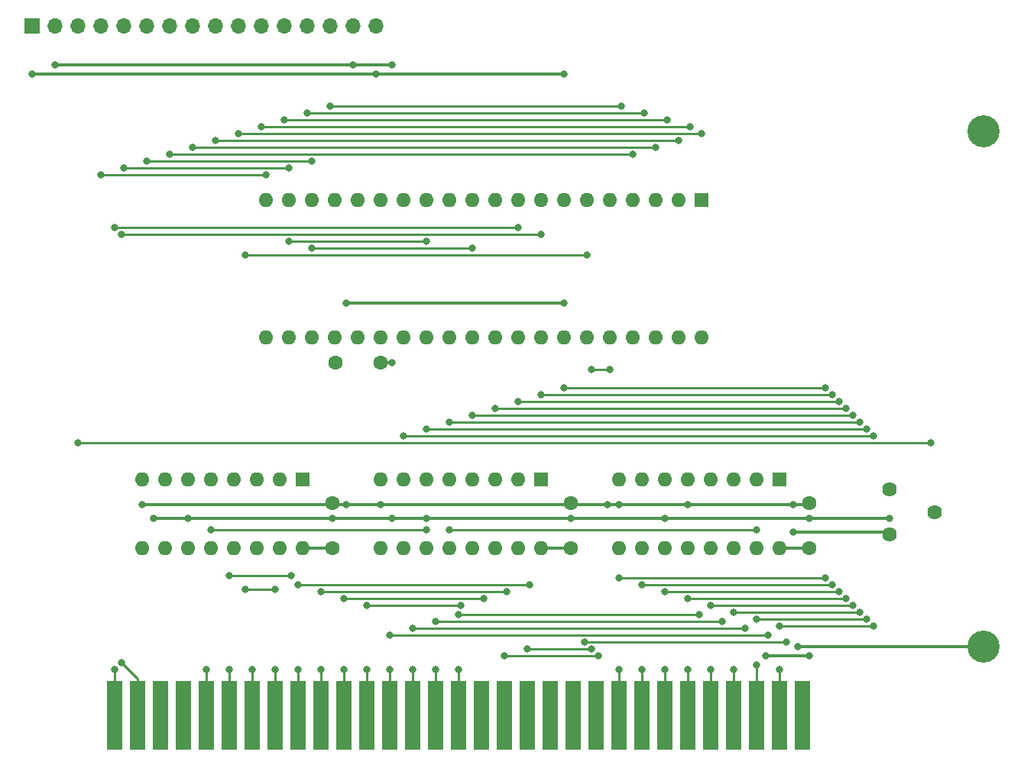
<source format=gbr>
G04 #@! TF.GenerationSoftware,KiCad,Pcbnew,(5.1.8)-1*
G04 #@! TF.CreationDate,2022-04-25T13:15:40-06:00*
G04 #@! TF.ProjectId,LCD 8255,4c434420-3832-4353-952e-6b696361645f,rev?*
G04 #@! TF.SameCoordinates,Original*
G04 #@! TF.FileFunction,Copper,L1,Top*
G04 #@! TF.FilePolarity,Positive*
%FSLAX46Y46*%
G04 Gerber Fmt 4.6, Leading zero omitted, Abs format (unit mm)*
G04 Created by KiCad (PCBNEW (5.1.8)-1) date 2022-04-25 13:15:40*
%MOMM*%
%LPD*%
G01*
G04 APERTURE LIST*
G04 #@! TA.AperFunction,ConnectorPad*
%ADD10R,1.780000X7.620000*%
G04 #@! TD*
G04 #@! TA.AperFunction,ComponentPad*
%ADD11C,3.556000*%
G04 #@! TD*
G04 #@! TA.AperFunction,ComponentPad*
%ADD12C,1.620000*%
G04 #@! TD*
G04 #@! TA.AperFunction,ComponentPad*
%ADD13O,1.600000X1.600000*%
G04 #@! TD*
G04 #@! TA.AperFunction,ComponentPad*
%ADD14R,1.600000X1.600000*%
G04 #@! TD*
G04 #@! TA.AperFunction,ComponentPad*
%ADD15O,1.700000X1.700000*%
G04 #@! TD*
G04 #@! TA.AperFunction,ComponentPad*
%ADD16R,1.700000X1.700000*%
G04 #@! TD*
G04 #@! TA.AperFunction,ComponentPad*
%ADD17C,1.600000*%
G04 #@! TD*
G04 #@! TA.AperFunction,ViaPad*
%ADD18C,0.800000*%
G04 #@! TD*
G04 #@! TA.AperFunction,Conductor*
%ADD19C,0.330200*%
G04 #@! TD*
G04 #@! TA.AperFunction,Conductor*
%ADD20C,0.250000*%
G04 #@! TD*
G04 APERTURE END LIST*
D10*
G04 #@! TO.P,J1,62*
G04 #@! TO.N,/A0*
X97028000Y-146050000D03*
G04 #@! TO.P,J1,61*
G04 #@! TO.N,/A1*
X99568000Y-146050000D03*
G04 #@! TO.P,J1,60*
G04 #@! TO.N,/A2*
X102108000Y-146050000D03*
G04 #@! TO.P,J1,59*
G04 #@! TO.N,/A3*
X104648000Y-146050000D03*
G04 #@! TO.P,J1,58*
G04 #@! TO.N,/A4*
X107188000Y-146050000D03*
G04 #@! TO.P,J1,57*
G04 #@! TO.N,/A5*
X109728000Y-146050000D03*
G04 #@! TO.P,J1,56*
G04 #@! TO.N,/A6*
X112268000Y-146050000D03*
G04 #@! TO.P,J1,55*
G04 #@! TO.N,/A7*
X114808000Y-146050000D03*
G04 #@! TO.P,J1,54*
G04 #@! TO.N,/A8*
X117348000Y-146050000D03*
G04 #@! TO.P,J1,53*
G04 #@! TO.N,/A9*
X119888000Y-146050000D03*
G04 #@! TO.P,J1,52*
G04 #@! TO.N,/A10*
X122428000Y-146050000D03*
G04 #@! TO.P,J1,51*
G04 #@! TO.N,/A11*
X124968000Y-146050000D03*
G04 #@! TO.P,J1,50*
G04 #@! TO.N,/A12*
X127508000Y-146050000D03*
G04 #@! TO.P,J1,49*
G04 #@! TO.N,/A13*
X130048000Y-146050000D03*
G04 #@! TO.P,J1,48*
G04 #@! TO.N,/A14*
X132588000Y-146050000D03*
G04 #@! TO.P,J1,47*
G04 #@! TO.N,/A15*
X135128000Y-146050000D03*
G04 #@! TO.P,J1,46*
G04 #@! TO.N,Net-(J1-Pad46)*
X137668000Y-146050000D03*
G04 #@! TO.P,J1,45*
G04 #@! TO.N,Net-(J1-Pad45)*
X140208000Y-146050000D03*
G04 #@! TO.P,J1,44*
G04 #@! TO.N,Net-(J1-Pad44)*
X142748000Y-146050000D03*
G04 #@! TO.P,J1,43*
G04 #@! TO.N,Net-(J1-Pad43)*
X145288000Y-146050000D03*
G04 #@! TO.P,J1,42*
G04 #@! TO.N,Net-(J1-Pad42)*
X147828000Y-146050000D03*
G04 #@! TO.P,J1,41*
G04 #@! TO.N,Net-(J1-Pad41)*
X150368000Y-146050000D03*
G04 #@! TO.P,J1,40*
G04 #@! TO.N,/D0*
X152908000Y-146050000D03*
G04 #@! TO.P,J1,39*
G04 #@! TO.N,/D1*
X155448000Y-146050000D03*
G04 #@! TO.P,J1,38*
G04 #@! TO.N,/D2*
X157988000Y-146050000D03*
G04 #@! TO.P,J1,37*
G04 #@! TO.N,/D3*
X160528000Y-146050000D03*
G04 #@! TO.P,J1,36*
G04 #@! TO.N,/D4*
X163068000Y-146050000D03*
G04 #@! TO.P,J1,35*
G04 #@! TO.N,/D5*
X165608000Y-146050000D03*
G04 #@! TO.P,J1,34*
G04 #@! TO.N,/D6*
X168148000Y-146050000D03*
G04 #@! TO.P,J1,33*
G04 #@! TO.N,/D7*
X170688000Y-146050000D03*
G04 #@! TO.P,J1,32*
G04 #@! TO.N,Net-(J1-Pad32)*
X173228000Y-146050000D03*
G04 #@! TD*
D11*
G04 #@! TO.P,R,1*
G04 #@! TO.N,/GND*
X193294000Y-138430000D03*
G04 #@! TD*
G04 #@! TO.P,R,1*
G04 #@! TO.N,N/C*
X193294000Y-81280000D03*
G04 #@! TD*
D12*
G04 #@! TO.P,RV1,1*
G04 #@! TO.N,/GND*
X182880000Y-125984000D03*
G04 #@! TO.P,RV1,2*
G04 #@! TO.N,/CONTRAST*
X187880000Y-123484000D03*
G04 #@! TO.P,RV1,3*
G04 #@! TO.N,/5+*
X182880000Y-120984000D03*
G04 #@! TD*
D13*
G04 #@! TO.P,U4,40*
G04 #@! TO.N,/PA4*
X162052000Y-104140000D03*
G04 #@! TO.P,U4,20*
G04 #@! TO.N,/LCD_RS*
X113792000Y-88900000D03*
G04 #@! TO.P,U4,39*
G04 #@! TO.N,/PA5*
X159512000Y-104140000D03*
G04 #@! TO.P,U4,19*
G04 #@! TO.N,/LCD_RW*
X116332000Y-88900000D03*
G04 #@! TO.P,U4,38*
G04 #@! TO.N,/PA6*
X156972000Y-104140000D03*
G04 #@! TO.P,U4,18*
G04 #@! TO.N,/LCD_EN*
X118872000Y-88900000D03*
G04 #@! TO.P,U4,37*
G04 #@! TO.N,/PA7*
X154432000Y-104140000D03*
G04 #@! TO.P,U4,17*
G04 #@! TO.N,Net-(U4-Pad17)*
X121412000Y-88900000D03*
G04 #@! TO.P,U4,36*
G04 #@! TO.N,/IOWR*
X151892000Y-104140000D03*
G04 #@! TO.P,U4,16*
G04 #@! TO.N,Net-(U4-Pad16)*
X123952000Y-88900000D03*
G04 #@! TO.P,U4,35*
G04 #@! TO.N,/RESET*
X149352000Y-104140000D03*
G04 #@! TO.P,U4,15*
G04 #@! TO.N,Net-(U4-Pad15)*
X126492000Y-88900000D03*
G04 #@! TO.P,U4,34*
G04 #@! TO.N,/D0*
X146812000Y-104140000D03*
G04 #@! TO.P,U4,14*
G04 #@! TO.N,Net-(U4-Pad14)*
X129032000Y-88900000D03*
G04 #@! TO.P,U4,33*
G04 #@! TO.N,/D1*
X144272000Y-104140000D03*
G04 #@! TO.P,U4,13*
G04 #@! TO.N,/STBA*
X131572000Y-88900000D03*
G04 #@! TO.P,U4,32*
G04 #@! TO.N,/D2*
X141732000Y-104140000D03*
G04 #@! TO.P,U4,12*
G04 #@! TO.N,Net-(U4-Pad12)*
X134112000Y-88900000D03*
G04 #@! TO.P,U4,31*
G04 #@! TO.N,/D3*
X139192000Y-104140000D03*
G04 #@! TO.P,U4,11*
G04 #@! TO.N,/ACKA*
X136652000Y-88900000D03*
G04 #@! TO.P,U4,30*
G04 #@! TO.N,/D4*
X136652000Y-104140000D03*
G04 #@! TO.P,U4,10*
G04 #@! TO.N,Net-(U4-Pad10)*
X139192000Y-88900000D03*
G04 #@! TO.P,U4,29*
G04 #@! TO.N,/D5*
X134112000Y-104140000D03*
G04 #@! TO.P,U4,9*
G04 #@! TO.N,/A0*
X141732000Y-88900000D03*
G04 #@! TO.P,U4,28*
G04 #@! TO.N,/D6*
X131572000Y-104140000D03*
G04 #@! TO.P,U4,8*
G04 #@! TO.N,/A1*
X144272000Y-88900000D03*
G04 #@! TO.P,U4,27*
G04 #@! TO.N,/D7*
X129032000Y-104140000D03*
G04 #@! TO.P,U4,7*
G04 #@! TO.N,/GND*
X146812000Y-88900000D03*
G04 #@! TO.P,U4,26*
G04 #@! TO.N,/5+*
X126492000Y-104140000D03*
G04 #@! TO.P,U4,6*
G04 #@! TO.N,/0X044X*
X149352000Y-88900000D03*
G04 #@! TO.P,U4,25*
G04 #@! TO.N,Net-(U4-Pad25)*
X123952000Y-104140000D03*
G04 #@! TO.P,U4,5*
G04 #@! TO.N,/IORD*
X151892000Y-88900000D03*
G04 #@! TO.P,U4,24*
G04 #@! TO.N,Net-(U4-Pad24)*
X121412000Y-104140000D03*
G04 #@! TO.P,U4,4*
G04 #@! TO.N,/PA0*
X154432000Y-88900000D03*
G04 #@! TO.P,U4,23*
G04 #@! TO.N,/ACKA*
X118872000Y-104140000D03*
G04 #@! TO.P,U4,3*
G04 #@! TO.N,/PA1*
X156972000Y-88900000D03*
G04 #@! TO.P,U4,22*
G04 #@! TO.N,/STBA*
X116332000Y-104140000D03*
G04 #@! TO.P,U4,2*
G04 #@! TO.N,/PA2*
X159512000Y-88900000D03*
G04 #@! TO.P,U4,21*
G04 #@! TO.N,Net-(U4-Pad21)*
X113792000Y-104140000D03*
D14*
G04 #@! TO.P,U4,1*
G04 #@! TO.N,/PA3*
X162052000Y-88900000D03*
G04 #@! TD*
D13*
G04 #@! TO.P,U3,16*
G04 #@! TO.N,/5+*
X117856000Y-127508000D03*
G04 #@! TO.P,U3,8*
G04 #@! TO.N,/GND*
X100076000Y-119888000D03*
G04 #@! TO.P,U3,15*
G04 #@! TO.N,Net-(U3-Pad15)*
X115316000Y-127508000D03*
G04 #@! TO.P,U3,7*
G04 #@! TO.N,Net-(U3-Pad7)*
X102616000Y-119888000D03*
G04 #@! TO.P,U3,14*
G04 #@! TO.N,Net-(U3-Pad14)*
X112776000Y-127508000D03*
G04 #@! TO.P,U3,6*
G04 #@! TO.N,/5+*
X105156000Y-119888000D03*
G04 #@! TO.P,U3,13*
G04 #@! TO.N,/0X044X*
X110236000Y-127508000D03*
G04 #@! TO.P,U3,5*
G04 #@! TO.N,/0X04XX*
X107696000Y-119888000D03*
G04 #@! TO.P,U3,12*
G04 #@! TO.N,Net-(U3-Pad12)*
X107696000Y-127508000D03*
G04 #@! TO.P,U3,4*
G04 #@! TO.N,/A4*
X110236000Y-119888000D03*
G04 #@! TO.P,U3,11*
G04 #@! TO.N,Net-(U3-Pad11)*
X105156000Y-127508000D03*
G04 #@! TO.P,U3,3*
G04 #@! TO.N,/A7*
X112776000Y-119888000D03*
G04 #@! TO.P,U3,10*
G04 #@! TO.N,Net-(U3-Pad10)*
X102616000Y-127508000D03*
G04 #@! TO.P,U3,2*
G04 #@! TO.N,/A6*
X115316000Y-119888000D03*
G04 #@! TO.P,U3,9*
G04 #@! TO.N,Net-(U3-Pad9)*
X100076000Y-127508000D03*
D14*
G04 #@! TO.P,U3,1*
G04 #@! TO.N,/A5*
X117856000Y-119888000D03*
G04 #@! TD*
D13*
G04 #@! TO.P,U2,16*
G04 #@! TO.N,/5+*
X144272000Y-127508000D03*
G04 #@! TO.P,U2,8*
G04 #@! TO.N,/GND*
X126492000Y-119888000D03*
G04 #@! TO.P,U2,15*
G04 #@! TO.N,Net-(U2-Pad15)*
X141732000Y-127508000D03*
G04 #@! TO.P,U2,7*
G04 #@! TO.N,Net-(U2-Pad7)*
X129032000Y-119888000D03*
G04 #@! TO.P,U2,14*
G04 #@! TO.N,Net-(U2-Pad14)*
X139192000Y-127508000D03*
G04 #@! TO.P,U2,6*
G04 #@! TO.N,/5+*
X131572000Y-119888000D03*
G04 #@! TO.P,U2,13*
G04 #@! TO.N,Net-(U2-Pad13)*
X136652000Y-127508000D03*
G04 #@! TO.P,U2,5*
G04 #@! TO.N,/0X0XXX*
X134112000Y-119888000D03*
G04 #@! TO.P,U2,12*
G04 #@! TO.N,Net-(U2-Pad12)*
X134112000Y-127508000D03*
G04 #@! TO.P,U2,4*
G04 #@! TO.N,/A11*
X136652000Y-119888000D03*
G04 #@! TO.P,U2,11*
G04 #@! TO.N,/0X04XX*
X131572000Y-127508000D03*
G04 #@! TO.P,U2,3*
G04 #@! TO.N,/A10*
X139192000Y-119888000D03*
G04 #@! TO.P,U2,10*
G04 #@! TO.N,Net-(U2-Pad10)*
X129032000Y-127508000D03*
G04 #@! TO.P,U2,2*
G04 #@! TO.N,/A9*
X141732000Y-119888000D03*
G04 #@! TO.P,U2,9*
G04 #@! TO.N,Net-(U2-Pad9)*
X126492000Y-127508000D03*
D14*
G04 #@! TO.P,U2,1*
G04 #@! TO.N,/A8*
X144272000Y-119888000D03*
G04 #@! TD*
D13*
G04 #@! TO.P,U1,16*
G04 #@! TO.N,/5+*
X170688000Y-127508000D03*
G04 #@! TO.P,U1,8*
G04 #@! TO.N,/GND*
X152908000Y-119888000D03*
G04 #@! TO.P,U1,15*
G04 #@! TO.N,/0X0XXX*
X168148000Y-127508000D03*
G04 #@! TO.P,U1,7*
G04 #@! TO.N,Net-(U1-Pad7)*
X155448000Y-119888000D03*
G04 #@! TO.P,U1,14*
G04 #@! TO.N,Net-(U1-Pad14)*
X165608000Y-127508000D03*
G04 #@! TO.P,U1,6*
G04 #@! TO.N,/5+*
X157988000Y-119888000D03*
G04 #@! TO.P,U1,13*
G04 #@! TO.N,Net-(U1-Pad13)*
X163068000Y-127508000D03*
G04 #@! TO.P,U1,5*
G04 #@! TO.N,/GND*
X160528000Y-119888000D03*
G04 #@! TO.P,U1,12*
G04 #@! TO.N,Net-(U1-Pad12)*
X160528000Y-127508000D03*
G04 #@! TO.P,U1,4*
G04 #@! TO.N,/A15*
X163068000Y-119888000D03*
G04 #@! TO.P,U1,11*
G04 #@! TO.N,Net-(U1-Pad11)*
X157988000Y-127508000D03*
G04 #@! TO.P,U1,3*
G04 #@! TO.N,/A14*
X165608000Y-119888000D03*
G04 #@! TO.P,U1,10*
G04 #@! TO.N,Net-(U1-Pad10)*
X155448000Y-127508000D03*
G04 #@! TO.P,U1,2*
G04 #@! TO.N,/A13*
X168148000Y-119888000D03*
G04 #@! TO.P,U1,9*
G04 #@! TO.N,Net-(U1-Pad9)*
X152908000Y-127508000D03*
D14*
G04 #@! TO.P,U1,1*
G04 #@! TO.N,/A12*
X170688000Y-119888000D03*
G04 #@! TD*
D15*
G04 #@! TO.P,J2,16*
G04 #@! TO.N,/GND*
X125984000Y-69596000D03*
G04 #@! TO.P,J2,15*
G04 #@! TO.N,/5+*
X123444000Y-69596000D03*
G04 #@! TO.P,J2,14*
G04 #@! TO.N,/PA7*
X120904000Y-69596000D03*
G04 #@! TO.P,J2,13*
G04 #@! TO.N,/PA6*
X118364000Y-69596000D03*
G04 #@! TO.P,J2,12*
G04 #@! TO.N,/PA5*
X115824000Y-69596000D03*
G04 #@! TO.P,J2,11*
G04 #@! TO.N,/PA4*
X113284000Y-69596000D03*
G04 #@! TO.P,J2,10*
G04 #@! TO.N,/PA3*
X110744000Y-69596000D03*
G04 #@! TO.P,J2,9*
G04 #@! TO.N,/PA2*
X108204000Y-69596000D03*
G04 #@! TO.P,J2,8*
G04 #@! TO.N,/PA1*
X105664000Y-69596000D03*
G04 #@! TO.P,J2,7*
G04 #@! TO.N,/PA0*
X103124000Y-69596000D03*
G04 #@! TO.P,J2,6*
G04 #@! TO.N,/LCD_EN*
X100584000Y-69596000D03*
G04 #@! TO.P,J2,5*
G04 #@! TO.N,/LCD_RW*
X98044000Y-69596000D03*
G04 #@! TO.P,J2,4*
G04 #@! TO.N,/LCD_RS*
X95504000Y-69596000D03*
G04 #@! TO.P,J2,3*
G04 #@! TO.N,/CONTRAST*
X92964000Y-69596000D03*
G04 #@! TO.P,J2,2*
G04 #@! TO.N,/5+*
X90424000Y-69596000D03*
D16*
G04 #@! TO.P,J2,1*
G04 #@! TO.N,/GND*
X87884000Y-69596000D03*
G04 #@! TD*
D17*
G04 #@! TO.P,C4,2*
G04 #@! TO.N,/5+*
X173990000Y-127508000D03*
G04 #@! TO.P,C4,1*
G04 #@! TO.N,/GND*
X173990000Y-122508000D03*
G04 #@! TD*
G04 #@! TO.P,C3,2*
G04 #@! TO.N,/5+*
X147574000Y-127508000D03*
G04 #@! TO.P,C3,1*
G04 #@! TO.N,/GND*
X147574000Y-122508000D03*
G04 #@! TD*
G04 #@! TO.P,C2,2*
G04 #@! TO.N,/5+*
X121158000Y-127508000D03*
G04 #@! TO.P,C2,1*
G04 #@! TO.N,/GND*
X121158000Y-122508000D03*
G04 #@! TD*
G04 #@! TO.P,C1,2*
G04 #@! TO.N,/5+*
X126492000Y-106934000D03*
G04 #@! TO.P,C1,1*
G04 #@! TO.N,/GND*
X121492000Y-106934000D03*
G04 #@! TD*
D18*
G04 #@! TO.N,/5+*
X127762000Y-106934000D03*
X127762000Y-73914000D03*
X90424000Y-73914000D03*
X123444000Y-73914000D03*
X121158000Y-124206000D03*
X182880000Y-124206000D03*
X173990000Y-124206000D03*
X157988000Y-124206000D03*
X147574000Y-124206000D03*
X131572000Y-124206000D03*
X105156000Y-124206000D03*
X127762000Y-124206000D03*
X173990000Y-139446000D03*
X169164000Y-139446000D03*
X101346000Y-124206000D03*
G04 #@! TO.N,/GND*
X146812000Y-74930000D03*
X87884000Y-74930000D03*
X125984000Y-74930000D03*
X100076000Y-122682000D03*
X152908000Y-122682000D03*
X160528000Y-122682000D03*
X126492000Y-122682000D03*
X172212000Y-122682000D03*
X172212000Y-125730000D03*
X172720000Y-138430000D03*
X146812000Y-100330000D03*
X122682000Y-100330000D03*
X122682000Y-122682000D03*
X151638000Y-122682000D03*
G04 #@! TO.N,/A0*
X97028000Y-140970000D03*
X97028000Y-91948000D03*
X141732000Y-91948000D03*
G04 #@! TO.N,/A1*
X97790000Y-140208000D03*
X97790000Y-92710000D03*
X144272000Y-92710000D03*
G04 #@! TO.N,/A4*
X107188000Y-140970000D03*
G04 #@! TO.N,/A5*
X109728000Y-140970000D03*
X109728000Y-130556000D03*
X116586000Y-130556000D03*
G04 #@! TO.N,/A6*
X112268000Y-140970000D03*
G04 #@! TO.N,/A7*
X114808000Y-140970000D03*
X114808000Y-132080000D03*
X111506000Y-132080000D03*
G04 #@! TO.N,/A8*
X117348000Y-140970000D03*
X117348000Y-131572000D03*
X143002000Y-131572000D03*
G04 #@! TO.N,/A9*
X119888000Y-140970000D03*
X119888000Y-132334000D03*
X140462000Y-132334000D03*
G04 #@! TO.N,/A10*
X122428000Y-140970000D03*
X122428000Y-133096000D03*
X137922000Y-133096000D03*
G04 #@! TO.N,/A11*
X124968000Y-140970000D03*
X124968000Y-133858000D03*
X135382000Y-133858000D03*
G04 #@! TO.N,/A12*
X127508000Y-140970000D03*
X169418000Y-137160000D03*
X127508000Y-137160000D03*
G04 #@! TO.N,/A13*
X130048000Y-140970000D03*
X166878000Y-136398000D03*
X130048000Y-136398000D03*
G04 #@! TO.N,/A14*
X132588000Y-140970000D03*
X164338000Y-135636000D03*
X132588000Y-135636000D03*
G04 #@! TO.N,/A15*
X135128000Y-140970000D03*
X161798000Y-134874000D03*
X135128000Y-134874000D03*
G04 #@! TO.N,/IORD*
X140208000Y-139446000D03*
X150622000Y-139446000D03*
G04 #@! TO.N,/IOWR*
X142748000Y-138684000D03*
X151892000Y-107696000D03*
X149860000Y-107696000D03*
X149860000Y-138684000D03*
G04 #@! TO.N,/RESET*
X149098000Y-137922000D03*
X171450000Y-137922000D03*
G04 #@! TO.N,/PA7*
X153162000Y-78486000D03*
X120904000Y-78486000D03*
G04 #@! TO.N,/PA6*
X155702000Y-79248000D03*
X118364000Y-79248000D03*
G04 #@! TO.N,/PA5*
X158242000Y-80010000D03*
X115824000Y-80010000D03*
G04 #@! TO.N,/PA4*
X160782000Y-80772000D03*
X113284000Y-80772000D03*
G04 #@! TO.N,/PA3*
X162052000Y-81534000D03*
X110744000Y-81534000D03*
G04 #@! TO.N,/PA2*
X159512000Y-82296000D03*
X108204000Y-82296000D03*
G04 #@! TO.N,/PA1*
X156972000Y-83058000D03*
X105664000Y-83058000D03*
G04 #@! TO.N,/PA0*
X154432000Y-83820000D03*
X103124000Y-83820000D03*
G04 #@! TO.N,/LCD_EN*
X118872000Y-84582000D03*
X100584000Y-84582000D03*
G04 #@! TO.N,/LCD_RW*
X116332000Y-85344000D03*
X98044000Y-85344000D03*
G04 #@! TO.N,/LCD_RS*
X113792000Y-86106000D03*
X95504000Y-86106000D03*
G04 #@! TO.N,/CONTRAST*
X187452000Y-115824000D03*
X92964000Y-115824000D03*
G04 #@! TO.N,/0X0XXX*
X134112000Y-125476000D03*
X168148000Y-125476000D03*
G04 #@! TO.N,/0X04XX*
X131572000Y-125476000D03*
X107696000Y-125476000D03*
G04 #@! TO.N,/0X044X*
X149352000Y-94996000D03*
X111506000Y-94996000D03*
G04 #@! TO.N,/D0*
X175768000Y-130810000D03*
X175768000Y-109728000D03*
X146812000Y-109728000D03*
X152908000Y-140970000D03*
X152908000Y-130810000D03*
G04 #@! TO.N,/D1*
X176530000Y-131572000D03*
X176530000Y-110490000D03*
X144272000Y-110490000D03*
X155448000Y-140970000D03*
X155448000Y-131572000D03*
G04 #@! TO.N,/STBA*
X131572000Y-93472000D03*
X116332000Y-93472000D03*
G04 #@! TO.N,/D2*
X177292000Y-132334000D03*
X177292000Y-111252000D03*
X141732000Y-111252000D03*
X157988000Y-140970000D03*
X157988000Y-132334000D03*
G04 #@! TO.N,/D3*
X178054000Y-133096000D03*
X178054000Y-112014000D03*
X139192000Y-112014000D03*
X160528000Y-140970000D03*
X160528000Y-133096000D03*
G04 #@! TO.N,/ACKA*
X136652000Y-94234000D03*
X118872000Y-94234000D03*
G04 #@! TO.N,/D4*
X178816000Y-133858000D03*
X178816000Y-112776000D03*
X136652000Y-112776000D03*
X163068000Y-140970000D03*
X163068000Y-133858000D03*
G04 #@! TO.N,/D5*
X179578000Y-134620000D03*
X179578000Y-113538000D03*
X134112000Y-113538000D03*
X165608000Y-140970000D03*
X165608000Y-134620000D03*
G04 #@! TO.N,/D6*
X180340000Y-135382000D03*
X180340000Y-114300000D03*
X131572000Y-114300000D03*
X168148000Y-135382000D03*
X168148014Y-140462000D03*
G04 #@! TO.N,/D7*
X181102000Y-136144000D03*
X181102000Y-115062000D03*
X129032000Y-115062000D03*
X170688000Y-140970000D03*
X170688000Y-136144000D03*
G04 #@! TD*
D19*
G04 #@! TO.N,/5+*
X126492000Y-106934000D02*
X127762000Y-106934000D01*
X127762000Y-73914000D02*
X90424000Y-73914000D01*
X173990000Y-127508000D02*
X170688000Y-127508000D01*
X144272000Y-127508000D02*
X147574000Y-127508000D01*
X121158000Y-127508000D02*
X117856000Y-127508000D01*
X121158000Y-124206000D02*
X105156000Y-124206000D01*
X121158000Y-124206000D02*
X131572000Y-124206000D01*
X173990000Y-124206000D02*
X182880000Y-124206000D01*
X157988000Y-124206000D02*
X173990000Y-124206000D01*
X147574000Y-124206000D02*
X157988000Y-124206000D01*
X131572000Y-124206000D02*
X147574000Y-124206000D01*
X173990000Y-139446000D02*
X169164000Y-139446000D01*
X101346000Y-124206000D02*
X105156000Y-124206000D01*
G04 #@! TO.N,/GND*
X146812000Y-74930000D02*
X87884000Y-74930000D01*
X173990000Y-122508000D02*
X173990000Y-122682000D01*
X121158000Y-122508000D02*
X121158000Y-122682000D01*
X121158000Y-122682000D02*
X100076000Y-122682000D01*
X147574000Y-122508000D02*
X147574000Y-122682000D01*
X147574000Y-122682000D02*
X126492000Y-122682000D01*
X173990000Y-122682000D02*
X172212000Y-122682000D01*
X152908000Y-122682000D02*
X151638000Y-122682000D01*
X126492000Y-122682000D02*
X121158000Y-122682000D01*
X172212000Y-122682000D02*
X152908000Y-122682000D01*
X182626000Y-125730000D02*
X182880000Y-125984000D01*
X172212000Y-125730000D02*
X182626000Y-125730000D01*
X193294000Y-138430000D02*
X172720000Y-138430000D01*
X146812000Y-100330000D02*
X122682000Y-100330000D01*
X151638000Y-122682000D02*
X147574000Y-122682000D01*
D20*
G04 #@! TO.N,/A0*
X97028000Y-146050000D02*
X97028000Y-140970000D01*
X97028000Y-91948000D02*
X141732000Y-91948000D01*
G04 #@! TO.N,/A1*
X99568000Y-141986000D02*
X97790000Y-140208000D01*
X99568000Y-146050000D02*
X99568000Y-141986000D01*
X97790000Y-92710000D02*
X144272000Y-92710000D01*
G04 #@! TO.N,/A4*
X107188000Y-146050000D02*
X107188000Y-140970000D01*
G04 #@! TO.N,/A5*
X109728000Y-146050000D02*
X109728000Y-140970000D01*
X109728000Y-130556000D02*
X116586000Y-130556000D01*
G04 #@! TO.N,/A6*
X112268000Y-146050000D02*
X112268000Y-140970000D01*
G04 #@! TO.N,/A7*
X114808000Y-146050000D02*
X114808000Y-140970000D01*
X111506000Y-132080000D02*
X114808000Y-132080000D01*
G04 #@! TO.N,/A8*
X117348000Y-146050000D02*
X117348000Y-140970000D01*
X117348000Y-131572000D02*
X143002000Y-131572000D01*
G04 #@! TO.N,/A9*
X119888000Y-146050000D02*
X119888000Y-140970000D01*
X119888000Y-132334000D02*
X140462000Y-132334000D01*
G04 #@! TO.N,/A10*
X122428000Y-146050000D02*
X122428000Y-140970000D01*
X122428000Y-133096000D02*
X137922000Y-133096000D01*
G04 #@! TO.N,/A11*
X124968000Y-146050000D02*
X124968000Y-140970000D01*
X124968000Y-133858000D02*
X135382000Y-133858000D01*
G04 #@! TO.N,/A12*
X127508000Y-146050000D02*
X127508000Y-140970000D01*
X169418000Y-137160000D02*
X127508000Y-137160000D01*
G04 #@! TO.N,/A13*
X130048000Y-146050000D02*
X130048000Y-140970000D01*
X166878000Y-136398000D02*
X130048000Y-136398000D01*
G04 #@! TO.N,/A14*
X132588000Y-146050000D02*
X132588000Y-140970000D01*
X164338000Y-135636000D02*
X132588000Y-135636000D01*
G04 #@! TO.N,/A15*
X135128000Y-146050000D02*
X135128000Y-140970000D01*
X161798000Y-134874000D02*
X135128000Y-134874000D01*
G04 #@! TO.N,/IORD*
X140208000Y-139446000D02*
X150622000Y-139446000D01*
G04 #@! TO.N,/IOWR*
X151892000Y-107696000D02*
X149860000Y-107696000D01*
X142748000Y-138684000D02*
X149860000Y-138684000D01*
G04 #@! TO.N,/RESET*
X149098000Y-137922000D02*
X171450000Y-137922000D01*
G04 #@! TO.N,/PA7*
X153162000Y-78486000D02*
X120904000Y-78486000D01*
G04 #@! TO.N,/PA6*
X155702000Y-79248000D02*
X118364000Y-79248000D01*
G04 #@! TO.N,/PA5*
X158242000Y-80010000D02*
X115824000Y-80010000D01*
G04 #@! TO.N,/PA4*
X160782000Y-80772000D02*
X113284000Y-80772000D01*
G04 #@! TO.N,/PA3*
X162052000Y-81534000D02*
X110744000Y-81534000D01*
G04 #@! TO.N,/PA2*
X159512000Y-82296000D02*
X108204000Y-82296000D01*
G04 #@! TO.N,/PA1*
X156972000Y-83058000D02*
X105664000Y-83058000D01*
G04 #@! TO.N,/PA0*
X154432000Y-83820000D02*
X103124000Y-83820000D01*
G04 #@! TO.N,/LCD_EN*
X118872000Y-84582000D02*
X100584000Y-84582000D01*
G04 #@! TO.N,/LCD_RW*
X116332000Y-85344000D02*
X98044000Y-85344000D01*
G04 #@! TO.N,/LCD_RS*
X113792000Y-86106000D02*
X95504000Y-86106000D01*
G04 #@! TO.N,/CONTRAST*
X187452000Y-115824000D02*
X92964000Y-115824000D01*
G04 #@! TO.N,/0X0XXX*
X134112000Y-125476000D02*
X168148000Y-125476000D01*
G04 #@! TO.N,/0X04XX*
X131572000Y-125476000D02*
X107696000Y-125476000D01*
G04 #@! TO.N,/0X044X*
X149352000Y-94996000D02*
X111506000Y-94996000D01*
G04 #@! TO.N,/D0*
X175768000Y-109728000D02*
X146812000Y-109728000D01*
X152908000Y-146050000D02*
X152908000Y-140970000D01*
X152908000Y-130810000D02*
X175768000Y-130810000D01*
G04 #@! TO.N,/D1*
X176530000Y-110490000D02*
X144272000Y-110490000D01*
X155448000Y-146050000D02*
X155448000Y-140970000D01*
X155448000Y-131572000D02*
X176530000Y-131572000D01*
G04 #@! TO.N,/STBA*
X131572000Y-93472000D02*
X116332000Y-93472000D01*
G04 #@! TO.N,/D2*
X177292000Y-111252000D02*
X141732000Y-111252000D01*
X157988000Y-146050000D02*
X157988000Y-140970000D01*
X157988000Y-132334000D02*
X177292000Y-132334000D01*
G04 #@! TO.N,/D3*
X178054000Y-112014000D02*
X139192000Y-112014000D01*
X160528000Y-146050000D02*
X160528000Y-140970000D01*
X160528000Y-133096000D02*
X178054000Y-133096000D01*
G04 #@! TO.N,/ACKA*
X136652000Y-94234000D02*
X118872000Y-94234000D01*
G04 #@! TO.N,/D4*
X178816000Y-112776000D02*
X136652000Y-112776000D01*
X163068000Y-146050000D02*
X163068000Y-140970000D01*
X163068000Y-133858000D02*
X178816000Y-133858000D01*
G04 #@! TO.N,/D5*
X179578000Y-113538000D02*
X134112000Y-113538000D01*
X165608000Y-146050000D02*
X165608000Y-140970000D01*
X165608000Y-134620000D02*
X179578000Y-134620000D01*
G04 #@! TO.N,/D6*
X180340000Y-114300000D02*
X131572000Y-114300000D01*
X168148000Y-135382000D02*
X180340000Y-135382000D01*
X168148000Y-146050000D02*
X168148000Y-140462014D01*
X168148000Y-140462014D02*
X168148014Y-140462000D01*
G04 #@! TO.N,/D7*
X181102000Y-115062000D02*
X129032000Y-115062000D01*
X170688000Y-146050000D02*
X170688000Y-140970000D01*
X170688000Y-136144000D02*
X181102000Y-136144000D01*
G04 #@! TD*
M02*

</source>
